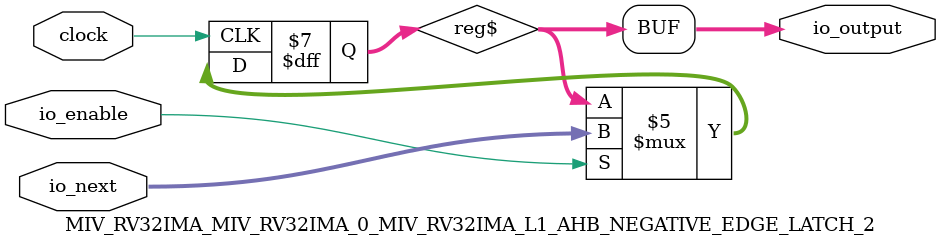
<source format=v>
`define RANDOMIZE
`timescale 1ns/10ps
module MIV_RV32IMA_MIV_RV32IMA_0_MIV_RV32IMA_L1_AHB_NEGATIVE_EDGE_LATCH_2(
  input        clock,
  input  [4:0] io_next,
  input        io_enable,
  output [4:0] io_output
);
  reg [4:0] reg$;
  reg [31:0] _RAND_0;
  wire [4:0] _GEN_0;
  assign io_output = reg$;
  assign _GEN_0 = io_enable ? io_next : reg$;
`ifdef RANDOMIZE
  integer initvar;
  initial begin
    `ifndef verilator
      #0.002 begin end
    `endif
  `ifdef RANDOMIZE_REG_INIT
  _RAND_0 = {1{$random}};
  reg$ = _RAND_0[4:0];
  `endif // RANDOMIZE_REG_INIT
  end
`endif // RANDOMIZE
  always @(posedge clock) begin
    if (io_enable) begin
      reg$ <= io_next;
    end
  end
endmodule

</source>
